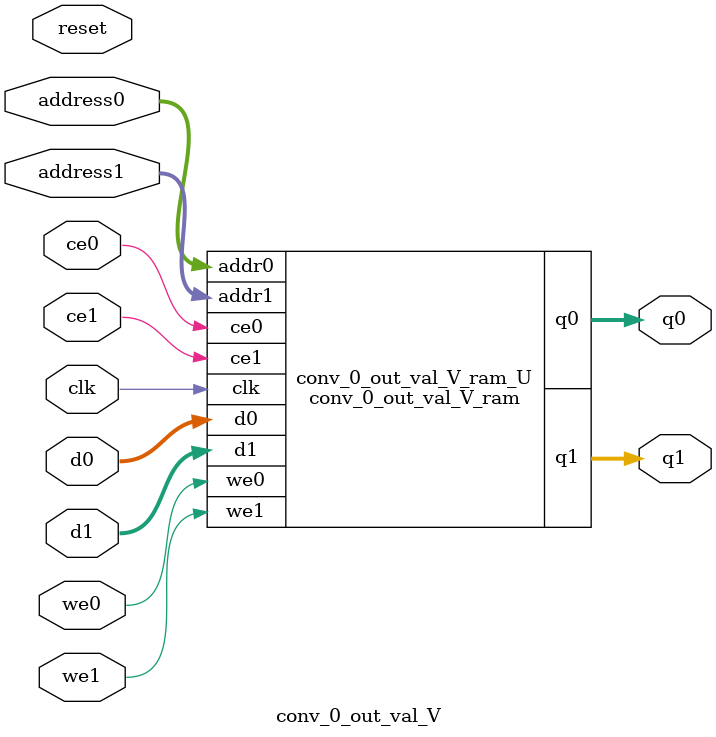
<source format=v>

`timescale 1 ns / 1 ps
module conv_0_out_val_V_ram (addr0, ce0, d0, we0, q0, addr1, ce1, d1, we1, q1,  clk);

parameter DWIDTH = 16;
parameter AWIDTH = 4;
parameter MEM_SIZE = 16;

input[AWIDTH-1:0] addr0;
input ce0;
input[DWIDTH-1:0] d0;
input we0;
output reg[DWIDTH-1:0] q0;
input[AWIDTH-1:0] addr1;
input ce1;
input[DWIDTH-1:0] d1;
input we1;
output reg[DWIDTH-1:0] q1;
input clk;

(* ram_style = "block" *)reg [DWIDTH-1:0] ram[0:MEM_SIZE-1];




always @(posedge clk)  
begin 
    if (ce0) 
    begin
        if (we0) 
        begin 
            ram[addr0] <= d0; 
            q0 <= d0;
        end 
        else 
            q0 <= ram[addr0];
    end
end


always @(posedge clk)  
begin 
    if (ce1) 
    begin
        if (we1) 
        begin 
            ram[addr1] <= d1; 
            q1 <= d1;
        end 
        else 
            q1 <= ram[addr1];
    end
end


endmodule


`timescale 1 ns / 1 ps
module conv_0_out_val_V(
    reset,
    clk,
    address0,
    ce0,
    we0,
    d0,
    q0,
    address1,
    ce1,
    we1,
    d1,
    q1);

parameter DataWidth = 32'd16;
parameter AddressRange = 32'd16;
parameter AddressWidth = 32'd4;
input reset;
input clk;
input[AddressWidth - 1:0] address0;
input ce0;
input we0;
input[DataWidth - 1:0] d0;
output[DataWidth - 1:0] q0;
input[AddressWidth - 1:0] address1;
input ce1;
input we1;
input[DataWidth - 1:0] d1;
output[DataWidth - 1:0] q1;



conv_0_out_val_V_ram conv_0_out_val_V_ram_U(
    .clk( clk ),
    .addr0( address0 ),
    .ce0( ce0 ),
    .d0( d0 ),
    .we0( we0 ),
    .q0( q0 ),
    .addr1( address1 ),
    .ce1( ce1 ),
    .d1( d1 ),
    .we1( we1 ),
    .q1( q1 ));

endmodule


</source>
